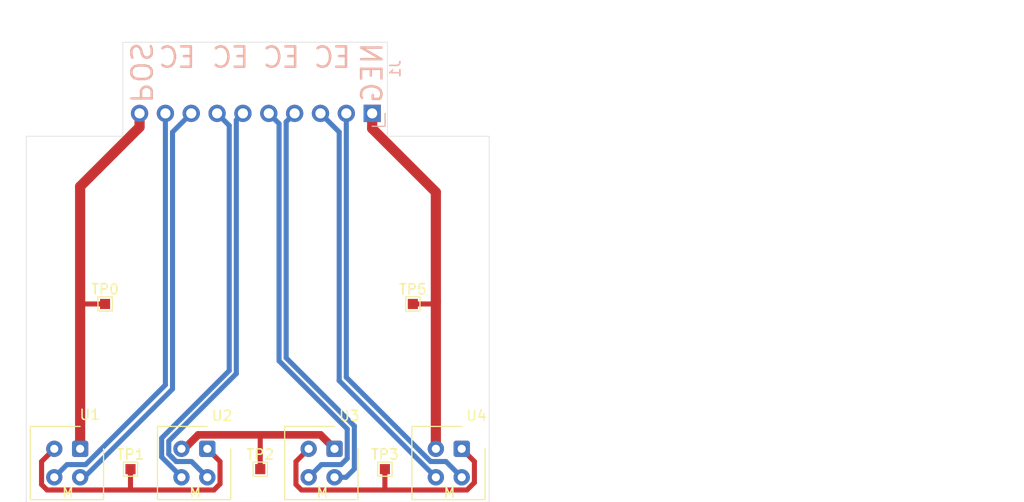
<source format=kicad_pcb>
(kicad_pcb (version 20211014) (generator pcbnew)
  (layers (0 "F.Cu" signal) (31 "B.Cu" signal) (34 "B.Paste" user) (35 "F.Paste" user) (36 "B.SilkS" user "B.Silkscreen") (37 "F.SilkS" user "F.Silkscreen") (38 "B.Mask" user) (39 "F.Mask" user) (44 "Edge.Cuts" user))
  (net 0 "")
  (net 1 "/NEG")
  (net 2 "/E1")
  (net 3 "/C1")
  (net 4 "/POS")
  (net 5 "Net-(U1-Pad2)")
  (net 6 "/E2")
  (net 7 "/C2")
  (net 8 "/E4")
  (net 9 "/C4")
  (net 10 "/E3")
  (net 11 "/C3")
  (net 12 "Net-(U2-Pad2)")
  (net 13 "Net-(U3-Pad2)")
  (footprint "Mounting_Holes:MountingHole_3.2mm_M3" (layer "F.Cu") (at 162.75 110)
    (fp_text reference "H1" hide)
    (fp_text value "MountingHole")
    (pad "" np_thru_hole circle locked (at 0 0) (size 3.2 3.2) (drill 3.2) (layers *.Cu *.Mask))
  )
  (footprint "OptoDevice:Vishay_CNY70" (layer "F.Cu") (at 157.8 131 -90)
    (fp_text reference "U1" (at -3.35 -0.95 180) (layer "F.SilkS"))
    (fp_text value "CNY70")
    (fp_text user "M" (at 4.3 1.2 unlocked) (layer "F.SilkS"))
    (fp_line (start -2.2 0) (end -2.2 4.9) (layer "F.SilkS") (width 0.12))
    (fp_line (start 5 4.9) (end 5 -2.3) (layer "F.SilkS") (width 0.12))
    (fp_line (start -2.2 4.9) (end 5 4.9) (layer "F.SilkS") (width 0.12))
    (fp_line (start 5 -2.3) (end 0 -2.3) (layer "F.SilkS") (width 0.12))
    (pad "1" thru_hole roundrect (at 0 0 270) (size 1.6 1.6) (drill 0.8) (layers *.Cu *.Mask) (roundrect_rratio 0.156) (net 4 "/POS"))
    (pad "2" thru_hole circle (at 0 2.54 270) (size 1.6 1.6) (drill 0.8) (layers *.Cu *.Mask) (net 5 "Net-(U1-Pad2)"))
    (pad "3" thru_hole circle (at 2.8 2.54 270) (size 1.6 1.6) (drill 0.8) (layers *.Cu *.Mask) (net 3 "/C1"))
    (pad "4" thru_hole circle (at 2.8 0 270) (size 1.6 1.6) (drill 0.8) (layers *.Cu *.Mask) (net 2 "/E1"))
  )
  (footprint "OptoDevice:Vishay_CNY70" (layer "F.Cu") (at 170.3 131 -90)
    (fp_text reference "U2" (at -3.25 -1.45 180) (layer "F.SilkS"))
    (fp_text value "CNY70")
    (fp_text user "M" (at 4.3 1.2 unlocked) (layer "F.SilkS"))
    (fp_line (start 5 4.9) (end 5 -2.3) (layer "F.SilkS") (width 0.12))
    (fp_line (start -2.2 4.9) (end 5 4.9) (layer "F.SilkS") (width 0.12))
    (fp_line (start -2.2 0) (end -2.2 4.9) (layer "F.SilkS") (width 0.12))
    (fp_line (start 5 -2.3) (end 0 -2.3) (layer "F.SilkS") (width 0.12))
    (pad "1" thru_hole roundrect (at 0 0 270) (size 1.6 1.6) (drill 0.8) (layers *.Cu *.Mask) (roundrect_rratio 0.156) (net 5 "Net-(U1-Pad2)"))
    (pad "2" thru_hole circle (at 0 2.54 270) (size 1.6 1.6) (drill 0.8) (layers *.Cu *.Mask) (net 12 "Net-(U2-Pad2)"))
    (pad "3" thru_hole circle (at 2.8 2.54 270) (size 1.6 1.6) (drill 0.8) (layers *.Cu *.Mask) (net 7 "/C2"))
    (pad "4" thru_hole circle (at 2.8 0 270) (size 1.6 1.6) (drill 0.8) (layers *.Cu *.Mask) (net 6 "/E2"))
  )
  (footprint "Mounting_Holes:MountingHole_3.2mm_M3" (layer "F.Cu") (at 175.25 110)
    (fp_text reference "H2" hide)
    (fp_text value "MountingHole")
    (pad "" np_thru_hole circle locked (at 0 0) (size 3.2 3.2) (drill 3.2) (layers *.Cu *.Mask))
  )
  (footprint "Mounting_Holes:MountingHole_3.2mm_M3" (layer "F.Cu") (at 187.75 110)
    (fp_text reference "H3" hide)
    (fp_text value "MountingHole")
    (pad "" np_thru_hole circle locked (at 0 0) (size 3.2 3.2) (drill 3.2) (layers *.Cu *.Mask))
  )
  (footprint "OptoDevice:Vishay_CNY70" (layer "F.Cu") (at 182.8 131 -90)
    (fp_text reference "U3" (at -3.25 -1.45 180) (layer "F.SilkS"))
    (fp_text value "CNY70")
    (fp_text user "M" (at 4.3 1.2 unlocked) (layer "F.SilkS"))
    (fp_line (start -2.2 0) (end -2.2 4.9) (layer "F.SilkS") (width 0.12))
    (fp_line (start 5 4.9) (end 5 -2.3) (layer "F.SilkS") (width 0.12))
    (fp_line (start 5 -2.3) (end 0 -2.3) (layer "F.SilkS") (width 0.12))
    (fp_line (start -2.2 4.9) (end 5 4.9) (layer "F.SilkS") (width 0.12))
    (pad "1" thru_hole roundrect (at 0 0 270) (size 1.6 1.6) (drill 0.8) (layers *.Cu *.Mask) (roundrect_rratio 0.156) (net 12 "Net-(U2-Pad2)"))
    (pad "2" thru_hole circle (at 0 2.54 270) (size 1.6 1.6) (drill 0.8) (layers *.Cu *.Mask) (net 13 "Net-(U3-Pad2)"))
    (pad "3" thru_hole circle (at 2.8 2.54 270) (size 1.6 1.6) (drill 0.8) (layers *.Cu *.Mask) (net 11 "/C3"))
    (pad "4" thru_hole circle (at 2.8 0 270) (size 1.6 1.6) (drill 0.8) (layers *.Cu *.Mask) (net 10 "/E3"))
  )
  (footprint "OptoDevice:Vishay_CNY70" (layer "F.Cu") (at 195.3 131 -90)
    (fp_text reference "U4" (at -3.25 -1.45 180) (layer "F.SilkS"))
    (fp_text value "CNY70")
    (fp_text user "M" (at 4.3 1.2 unlocked) (layer "F.SilkS"))
    (fp_line (start 5 4.9) (end 5 -2.3) (layer "F.SilkS") (width 0.12))
    (fp_line (start -2.2 4.9) (end 5 4.9) (layer "F.SilkS") (width 0.12))
    (fp_line (start -2.2 0) (end -2.2 4.9) (layer "F.SilkS") (width 0.12))
    (fp_line (start 5 -2.3) (end 0 -2.3) (layer "F.SilkS") (width 0.12))
    (pad "1" thru_hole roundrect (at 0 0 270) (size 1.6 1.6) (drill 0.8) (layers *.Cu *.Mask) (roundrect_rratio 0.156) (net 13 "Net-(U3-Pad2)"))
    (pad "2" thru_hole circle (at 0 2.54 270) (size 1.6 1.6) (drill 0.8) (layers *.Cu *.Mask) (net 1 "/NEG"))
    (pad "3" thru_hole circle (at 2.8 2.54 270) (size 1.6 1.6) (drill 0.8) (layers *.Cu *.Mask) (net 9 "/C4"))
    (pad "4" thru_hole circle (at 2.8 0 270) (size 1.6 1.6) (drill 0.8) (layers *.Cu *.Mask) (net 8 "/E4"))
  )
  (footprint "TestPoint:TestPoint_Pad_1.0x1.0mm" (layer "F.Cu") (at 175.5 133)
    (fp_text reference "TP2" (at 0 -1.448) (layer "F.SilkS"))
    (fp_text value "TestPoint")
    (fp_line (start -0.7 0.7) (end -0.7 -0.7) (layer "F.SilkS") (width 0.12))
    (fp_line (start -0.7 -0.7) (end 0.7 -0.7) (layer "F.SilkS") (width 0.12))
    (fp_line (start 0.7 0.7) (end -0.7 0.7) (layer "F.SilkS") (width 0.12))
    (fp_line (start 0.7 -0.7) (end 0.7 0.7) (layer "F.SilkS") (width 0.12))
    (pad "1" smd rect locked (at 0 0) (size 1 1) (layers "F.Cu" "F.Mask") (net 12 "Net-(U2-Pad2)"))
  )
  (footprint "TestPoint:TestPoint_Pad_1.0x1.0mm" (layer "F.Cu") (at 187.75 133)
    (fp_text reference "TP3" (at 0 -1.448) (layer "F.SilkS"))
    (fp_text value "TestPoint")
    (fp_line (start -0.7 -0.7) (end 0.7 -0.7) (layer "F.SilkS") (width 0.12))
    (fp_line (start -0.7 0.7) (end -0.7 -0.7) (layer "F.SilkS") (width 0.12))
    (fp_line (start 0.7 -0.7) (end 0.7 0.7) (layer "F.SilkS") (width 0.12))
    (fp_line (start 0.7 0.7) (end -0.7 0.7) (layer "F.SilkS") (width 0.12))
    (pad "1" smd rect locked (at 0 0) (size 1 1) (layers "F.Cu" "F.Mask") (net 13 "Net-(U3-Pad2)"))
  )
  (footprint "TestPoint:TestPoint_Pad_1.0x1.0mm" (layer "F.Cu") (at 160.25 116.75)
    (fp_text reference "TP0" (at 0 -1.448) (layer "F.SilkS"))
    (fp_text value "TestPoint")
    (fp_line (start 0.7 -0.7) (end 0.7 0.7) (layer "F.SilkS") (width 0.12))
    (fp_line (start -0.7 -0.7) (end 0.7 -0.7) (layer "F.SilkS") (width 0.12))
    (fp_line (start 0.7 0.7) (end -0.7 0.7) (layer "F.SilkS") (width 0.12))
    (fp_line (start -0.7 0.7) (end -0.7 -0.7) (layer "F.SilkS") (width 0.12))
    (pad "1" smd rect locked (at 0 0) (size 1 1) (layers "F.Cu" "F.Mask") (net 4 "/POS"))
  )
  (footprint "TestPoint:TestPoint_Pad_1.0x1.0mm" (layer "F.Cu") (at 190.5 116.75)
    (fp_text reference "TP5" (at 0 -1.448) (layer "F.SilkS"))
    (fp_text value "TestPoint")
    (fp_line (start 0.7 -0.7) (end 0.7 0.7) (layer "F.SilkS") (width 0.12))
    (fp_line (start -0.7 -0.7) (end 0.7 -0.7) (layer "F.SilkS") (width 0.12))
    (fp_line (start -0.7 0.7) (end -0.7 -0.7) (layer "F.SilkS") (width 0.12))
    (fp_line (start 0.7 0.7) (end -0.7 0.7) (layer "F.SilkS") (width 0.12))
    (pad "1" smd rect locked (at 0 0) (size 1 1) (layers "F.Cu" "F.Mask") (net 1 "/NEG"))
  )
  (footprint "TestPoint:TestPoint_Pad_1.0x1.0mm" (layer "F.Cu") (at 162.75 133)
    (fp_text reference "TP1" (at 0 -1.448) (layer "F.SilkS"))
    (fp_text value "TestPoint")
    (fp_line (start 0.7 -0.7) (end 0.7 0.7) (layer "F.SilkS") (width 0.12))
    (fp_line (start 0.7 0.7) (end -0.7 0.7) (layer "F.SilkS") (width 0.12))
    (fp_line (start -0.7 0.7) (end -0.7 -0.7) (layer "F.SilkS") (width 0.12))
    (fp_line (start -0.7 -0.7) (end 0.7 -0.7) (layer "F.SilkS") (width 0.12))
    (pad "1" smd rect locked (at 0 0) (size 1 1) (layers "F.Cu" "F.Mask") (net 5 "Net-(U1-Pad2)"))
  )
  (footprint "Pin_Headers:Pin_Header_Angled_1x10_Pitch2.54mm" (layer "B.Cu") (at 186.5 98 90)
    (fp_text reference "J1" (at 4.385 2.27 270) (layer "B.SilkS") (effects (justify mirror)))
    (fp_text value "Conn_01x10_Male")
    (fp_line (start -1.27 0) (end -1.27 1.27) (layer "B.SilkS") (width 0.12))
    (fp_line (start -1.27 1.27) (end 0 1.27) (layer "B.SilkS") (width 0.12))
    (pad "1" thru_hole rect (at 0 0 90) (size 1.7 1.7) (drill 1) (layers *.Cu *.Mask) (net 1 "/NEG"))
    (pad "2" thru_hole oval (at 0 -2.54 90) (size 1.7 1.7) (drill 1) (layers *.Cu *.Mask) (net 8 "/E4"))
    (pad "3" thru_hole oval (at 0 -5.08 90) (size 1.7 1.7) (drill 1) (layers *.Cu *.Mask) (net 9 "/C4"))
    (pad "4" thru_hole oval (at 0 -7.62 90) (size 1.7 1.7) (drill 1) (layers *.Cu *.Mask) (net 10 "/E3"))
    (pad "5" thru_hole oval (at 0 -10.16 90) (size 1.7 1.7) (drill 1) (layers *.Cu *.Mask) (net 11 "/C3"))
    (pad "6" thru_hole oval (at 0 -12.7 90) (size 1.7 1.7) (drill 1) (layers *.Cu *.Mask) (net 6 "/E2"))
    (pad "7" thru_hole oval (at 0 -15.24 90) (size 1.7 1.7) (drill 1) (layers *.Cu *.Mask) (net 7 "/C2"))
    (pad "8" thru_hole oval (at 0 -17.78 90) (size 1.7 1.7) (drill 1) (layers *.Cu *.Mask) (net 2 "/E1"))
    (pad "9" thru_hole oval (at 0 -20.32 90) (size 1.7 1.7) (drill 1) (layers *.Cu *.Mask) (net 3 "/C1"))
    (pad "10" thru_hole oval (at 0 -22.86 90) (size 1.7 1.7) (drill 1) (layers *.Cu *.Mask) (net 4 "/POS"))
  )
  (gr_line (start 152.5 100.25) (end 152.5 136.25) (layer "Edge.Cuts") (width 0.05))
  (gr_line (start 188 100.25) (end 188 91) (layer "Edge.Cuts") (width 0.05))
  (gr_line (start 162 100.25) (end 162 91) (layer "Edge.Cuts") (width 0.05))
  (gr_line (start 188 91) (end 162 91) (layer "Edge.Cuts") (width 0.05))
  (gr_line (start 152.5 100.25) (end 162 100.25) (layer "Edge.Cuts") (width 0.05))
  (gr_line (start 198 100.25) (end 188 100.25) (layer "Edge.Cuts") (width 0.05))
  (gr_line (start 152.5 136.25) (end 198 136.25) (layer "Edge.Cuts") (width 0.05))
  (gr_line (start 198 136.25) (end 198 100.25) (layer "Edge.Cuts") (width 0.05))
  (gr_text "NEG" (at 186.5 94 -270) (layer "B.SilkS") (effects (font (size 2 2) (thickness 0.25)) (justify mirror)))
  (gr_text "C" (at 166.5 92.5) (layer "B.SilkS") (effects (font (size 2 2) (thickness 0.25)) (justify mirror)))
  (gr_text "C" (at 171.75 92.5) (layer "B.SilkS") (effects (font (size 2 2) (thickness 0.25)) (justify mirror)))
  (gr_text "E" (at 168.25 92.5) (layer "B.SilkS") (effects (font (size 2 2) (thickness 0.25)) (justify mirror)))
  (gr_text "E" (at 173.5 92.5) (layer "B.SilkS") (effects (font (size 2 2) (thickness 0.25)) (justify mirror)))
  (gr_text "E" (at 178.5 92.5) (layer "B.SilkS") (effects (font (size 2 2) (thickness 0.25)) (justify mirror)))
  (gr_text "C" (at 176.75 92.5) (layer "B.SilkS") (effects (font (size 2 2) (thickness 0.25)) (justify mirror)))
  (gr_text "E" (at 183.5 92.5) (layer "B.SilkS") (effects (font (size 2 2) (thickness 0.25)) (justify mirror)))
  (gr_text "C" (at 181.75 92.5) (layer "B.SilkS") (effects (font (size 2 2) (thickness 0.25)) (justify mirror)))
  (gr_text "POS" (at 163.75 94 -90) (layer "B.SilkS") (effects (font (size 2 2) (thickness 0.25)) (justify mirror)))
  (segment (start 192.76 105.751783) (end 186.5 99.491783) (width 1) (layer "F.Cu") (net 1))
  (segment (start 186.5 99.491783) (end 186.5 98) (width 1) (layer "F.Cu") (net 1))
  (segment (start 192.76 116.49) (end 192.76 105.751783) (width 1) (layer "F.Cu") (net 1))
  (segment (start 192.5 116.75) (end 192.76 116.49) (width 0.5) (layer "F.Cu") (net 1))
  (segment (start 192.76 131) (end 192.76 116.49) (width 1) (layer "F.Cu") (net 1))
  (segment (start 190.5 116.75) (end 192.5 116.75) (width 0.5) (layer "F.Cu") (net 1))
  (segment (start 158.2 133.8) (end 166.879519 125.120481) (width 0.5) (layer "B.Cu") (net 2))
  (segment (start 166.879519 125.120481) (end 166.87952 99.84048) (width 0.5) (layer "B.Cu") (net 2))
  (segment (start 166.87952 99.84048) (end 168.72 98) (width 0.5) (layer "B.Cu") (net 2))
  (segment (start 157.8 133.8) (end 158.2 133.8) (width 0.5) (layer "B.Cu") (net 2))
  (segment (start 166.18 124.709504) (end 158.339015 132.550489) (width 0.5) (layer "B.Cu") (net 3))
  (segment (start 166.18 98) (end 166.18 124.709504) (width 0.5) (layer "B.Cu") (net 3))
  (segment (start 156.509511 132.550489) (end 155.26 133.8) (width 0.5) (layer "B.Cu") (net 3))
  (segment (start 158.339015 132.550489) (end 156.509511 132.550489) (width 0.5) (layer "B.Cu") (net 3))
  (segment (start 157.85 116.75) (end 157.8 116.8) (width 0.5) (layer "F.Cu") (net 4))
  (segment (start 163.64 99.351783) (end 163.64 98) (width 1) (layer "F.Cu") (net 4))
  (segment (start 157.8 116.8) (end 157.8 105.191783) (width 1) (layer "F.Cu") (net 4))
  (segment (start 160.25 116.75) (end 157.85 116.75) (width 0.5) (layer "F.Cu") (net 4))
  (segment (start 157.8 105.191783) (end 163.64 99.351783) (width 1) (layer "F.Cu") (net 4))
  (segment (start 157.8 131) (end 157.8 116.8) (width 1) (layer "F.Cu") (net 4))
  (segment (start 154.010489 134.510489) (end 154.549511 135.049511) (width 0.5) (layer "F.Cu") (net 5))
  (segment (start 155.26 131) (end 154.010489 132.249511) (width 0.5) (layer "F.Cu") (net 5))
  (segment (start 154.549511 135.049511) (end 162.700489 135.049511) (width 0.5) (layer "F.Cu") (net 5))
  (segment (start 162.75 135) (end 162.700489 135.049511) (width 0.5) (layer "F.Cu") (net 5))
  (segment (start 162.700489 135.049511) (end 170.950489 135.049511) (width 0.5) (layer "F.Cu") (net 5))
  (segment (start 162.75 133) (end 162.75 135) (width 0.5) (layer "F.Cu") (net 5))
  (segment (start 171.549511 134.450489) (end 171.549511 132.249511) (width 0.5) (layer "F.Cu") (net 5))
  (segment (start 171.549511 132.249511) (end 170.3 131) (width 0.5) (layer "F.Cu") (net 5))
  (segment (start 154.010489 132.249511) (end 154.010489 134.510489) (width 0.5) (layer "F.Cu") (net 5))
  (segment (start 170.950489 135.049511) (end 171.549511 134.450489) (width 0.5) (layer "F.Cu") (net 5))
  (segment (start 166.75 131.757076) (end 166.75 131.75) (width 0.5) (layer "B.Cu") (net 6))
  (segment (start 168.749511 132.249511) (end 167.242435 132.249511) (width 0.5) (layer "B.Cu") (net 6))
  (segment (start 173.150479 98.649521) (end 173.8 98) (width 0.5) (layer "B.Cu") (net 6))
  (segment (start 166.510489 131.517565) (end 166.510489 130.239511) (width 0.5) (layer "B.Cu") (net 6))
  (segment (start 166.75 131.757076) (end 166.510489 131.517565) (width 0.5) (layer "B.Cu") (net 6))
  (segment (start 173.150479 123.599521) (end 173.150479 98.649521) (width 0.5) (layer "B.Cu") (net 6))
  (segment (start 166.510489 130.239511) (end 173.150479 123.599521) (width 0.5) (layer "B.Cu") (net 6))
  (segment (start 167.242435 132.249511) (end 166.75 131.757076) (width 0.5) (layer "B.Cu") (net 6))
  (segment (start 166.75 131.75) (end 166.871462 131.878538) (width 0.5) (layer "B.Cu") (net 6))
  (segment (start 170.3 133.8) (end 168.749511 132.249511) (width 0.5) (layer "B.Cu") (net 6))
  (segment (start 166.871462 131.878538) (end 166.75 131.757076) (width 0.5) (layer "B.Cu") (net 6))
  (segment (start 165.810969 129.949761) (end 172.450959 123.309771) (width 0.5) (layer "B.Cu") (net 7))
  (segment (start 172.450959 99.190959) (end 171.26 98) (width 0.5) (layer "B.Cu") (net 7))
  (segment (start 172.450959 123.309771) (end 172.450959 99.190959) (width 0.5) (layer "B.Cu") (net 7))
  (segment (start 167.76 133.756346) (end 165.810969 131.807315) (width 0.5) (layer "B.Cu") (net 7))
  (segment (start 165.810969 131.807315) (end 165.810969 129.949761) (width 0.5) (layer "B.Cu") (net 7))
  (segment (start 167.76 133.8) (end 167.76 133.756346) (width 0.5) (layer "B.Cu") (net 7))
  (segment (start 192.242435 132.249511) (end 183.96 123.967076) (width 0.5) (layer "B.Cu") (net 8))
  (segment (start 183.96 123.967076) (end 183.96 98) (width 0.5) (layer "B.Cu") (net 8))
  (segment (start 195.3 133.8) (end 193.749511 132.249511) (width 0.5) (layer "B.Cu") (net 8))
  (segment (start 193.749511 132.249511) (end 192.242435 132.249511) (width 0.5) (layer "B.Cu") (net 8))
  (segment (start 183.26048 99.84048) (end 181.42 98) (width 0.5) (layer "B.Cu") (net 9))
  (segment (start 192.76 133.8) (end 183.25 124.29) (width 0.5) (layer "B.Cu") (net 9))
  (segment (start 183.25 124.29) (end 183.26048 124.27952) (width 0.5) (layer "B.Cu") (net 9))
  (segment (start 183.26048 124.27952) (end 183.26048 99.84048) (width 0.5) (layer "B.Cu") (net 9))
  (segment (start 178.049041 122.059771) (end 178.049041 98.830959) (width 0.5) (layer "B.Cu") (net 10))
  (segment (start 184.74904 128.74904) (end 184.73831 128.74904) (width 0.5) (layer "B.Cu") (net 10))
  (segment (start 178.049041 98.830959) (end 178.88 98) (width 0.5) (layer "B.Cu") (net 10))
  (segment (start 184.74904 132.98233) (end 184.74904 128.74904) (width 0.5) (layer "B.Cu") (net 10))
  (segment (start 184.73831 128.74904) (end 178.049041 122.059771) (width 0.5) (layer "B.Cu") (net 10))
  (segment (start 183.93137 133.8) (end 184.74904 132.98233) (width 0.5) (layer "B.Cu") (net 10))
  (segment (start 182.8 133.8) (end 183.93137 133.8) (width 0.5) (layer "B.Cu") (net 10))
  (segment (start 177.349521 99.009521) (end 177.349521 122.349521) (width 0.5) (layer "B.Cu") (net 11))
  (segment (start 181.509511 132.550489) (end 180.26 133.8) (width 0.5) (layer "B.Cu") (net 11))
  (segment (start 183.449511 132.550489) (end 181.509511 132.550489) (width 0.5) (layer "B.Cu") (net 11))
  (segment (start 176.34 98) (end 177.349521 99.009521) (width 0.5) (layer "B.Cu") (net 11))
  (segment (start 184.04952 131.95048) (end 183.449511 132.550489) (width 0.5) (layer "B.Cu") (net 11))
  (segment (start 184.04952 129.04952) (end 184.04952 131.95048) (width 0.5) (layer "B.Cu") (net 11))
  (segment (start 177.349521 122.349521) (end 184.04952 129.04952) (width 0.5) (layer "B.Cu") (net 11))
  (segment (start 168.033024 131) (end 169.408025 129.624999) (width 0.75) (layer "F.Cu") (net 12))
  (segment (start 175.5 129.75) (end 175.625001 129.624999) (width 0.5) (layer "F.Cu") (net 12))
  (segment (start 169.408025 129.624999) (end 175.625001 129.624999) (width 0.75) (layer "F.Cu") (net 12))
  (segment (start 175.5 133) (end 175.5 129.75) (width 0.5) (layer "F.Cu") (net 12))
  (segment (start 175.625001 129.624999) (end 181.424999 129.624999) (width 0.75) (layer "F.Cu") (net 12))
  (segment (start 181.424999 129.624999) (end 182.8 131) (width 0.75) (layer "F.Cu") (net 12))
  (segment (start 167.76 131) (end 168.033024 131) (width 0.75) (layer "F.Cu") (net 12))
  (segment (start 196.549511 132.249511) (end 195.3 131) (width 0.5) (layer "F.Cu") (net 13))
  (segment (start 187.700489 135.049511) (end 195.817565 135.049511) (width 0.5) (layer "F.Cu") (net 13))
  (segment (start 195.817565 135.049511) (end 196.549511 134.317565) (width 0.5) (layer "F.Cu") (net 13))
  (segment (start 187.75 135) (end 187.700489 135.049511) (width 0.5) (layer "F.Cu") (net 13))
  (segment (start 196.549511 134.317565) (end 196.549511 132.249511) (width 0.5) (layer "F.Cu") (net 13))
  (segment (start 179.549511 135.049511) (end 187.700489 135.049511) (width 0.5) (layer "F.Cu") (net 13))
  (segment (start 187.75 133) (end 187.75 135) (width 0.5) (layer "F.Cu") (net 13))
  (segment (start 180.26 131) (end 179.010489 132.249511) (width 0.5) (layer "F.Cu") (net 13))
  (segment (start 179.010489 132.249511) (end 179.010489 134.510489) (width 0.5) (layer "F.Cu") (net 13))
  (segment (start 179.010489 134.510489) (end 179.549511 135.049511) (width 0.5) (layer "F.Cu") (net 13))
)
</source>
